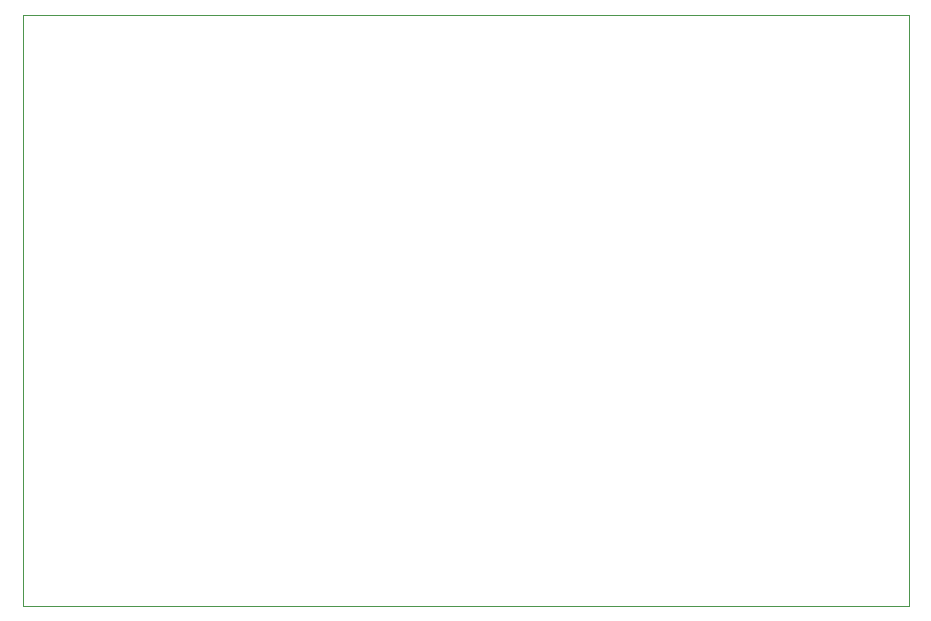
<source format=gm1>
G04 #@! TF.FileFunction,Profile,NP*
%FSLAX46Y46*%
G04 Gerber Fmt 4.6, Leading zero omitted, Abs format (unit mm)*
G04 Created by KiCad (PCBNEW (2015-12-27 BZR 6404, Git c4ea4dc)-product) date Sat 09 Jan 2016 11:17:19 AM EST*
%MOMM*%
G01*
G04 APERTURE LIST*
%ADD10C,0.100000*%
G04 APERTURE END LIST*
D10*
X113000000Y-150000000D02*
X113000000Y-100000000D01*
X188000000Y-150000000D02*
X113000000Y-150000000D01*
X188000000Y-100000000D02*
X188000000Y-150000000D01*
X113000000Y-100000000D02*
X188000000Y-100000000D01*
M02*

</source>
